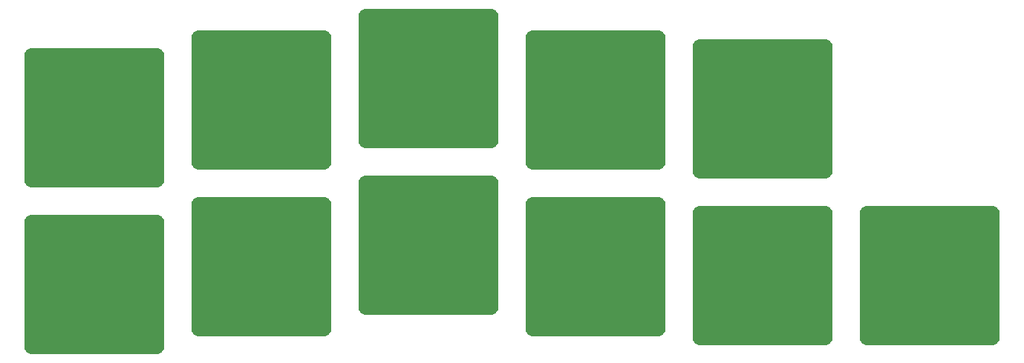
<source format=gbl>
G04 #@! TF.GenerationSoftware,KiCad,Pcbnew,7.0.9*
G04 #@! TF.CreationDate,2023-11-13T15:49:31+00:00*
G04 #@! TF.ProjectId,Nixie-12R-base,4e697869-652d-4313-9252-2d626173652e,rev?*
G04 #@! TF.SameCoordinates,Original*
G04 #@! TF.FileFunction,Copper,L2,Bot*
G04 #@! TF.FilePolarity,Positive*
%FSLAX46Y46*%
G04 Gerber Fmt 4.6, Leading zero omitted, Abs format (unit mm)*
G04 Created by KiCad (PCBNEW 7.0.9) date 2023-11-13 15:49:31*
%MOMM*%
%LPD*%
G01*
G04 APERTURE LIST*
G04 Aperture macros list*
%AMRoundRect*
0 Rectangle with rounded corners*
0 $1 Rounding radius*
0 $2 $3 $4 $5 $6 $7 $8 $9 X,Y pos of 4 corners*
0 Add a 4 corners polygon primitive as box body*
4,1,4,$2,$3,$4,$5,$6,$7,$8,$9,$2,$3,0*
0 Add four circle primitives for the rounded corners*
1,1,$1+$1,$2,$3*
1,1,$1+$1,$4,$5*
1,1,$1+$1,$6,$7*
1,1,$1+$1,$8,$9*
0 Add four rect primitives between the rounded corners*
20,1,$1+$1,$2,$3,$4,$5,0*
20,1,$1+$1,$4,$5,$6,$7,0*
20,1,$1+$1,$6,$7,$8,$9,0*
20,1,$1+$1,$8,$9,$2,$3,0*%
G04 Aperture macros list end*
G04 #@! TA.AperFunction,SMDPad,CuDef*
%ADD10RoundRect,1.008000X6.992000X6.992000X-6.992000X6.992000X-6.992000X-6.992000X6.992000X-6.992000X0*%
G04 #@! TD*
G04 APERTURE END LIST*
D10*
X200175000Y-129025000D03*
X238275000Y-151575000D03*
X238275000Y-132525000D03*
X162075000Y-133535000D03*
X257325000Y-151565000D03*
X181125000Y-150565000D03*
X162075000Y-152585000D03*
X219225000Y-150575000D03*
X219225000Y-131525000D03*
X200175000Y-148075000D03*
X181125000Y-131515000D03*
M02*

</source>
